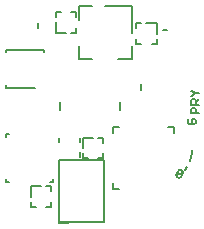
<source format=gto>
G75*
%MOIN*%
%OFA0B0*%
%FSLAX25Y25*%
%IPPOS*%
%LPD*%
%AMOC8*
5,1,8,0,0,1.08239X$1,22.5*
%
%ADD10C,0.00600*%
%ADD11C,0.00500*%
D10*
X0042882Y0068315D02*
X0042882Y0069103D01*
X0042882Y0068315D02*
X0052626Y0068315D01*
X0055481Y0080126D02*
X0055481Y0080914D01*
X0042882Y0080914D01*
X0042882Y0080126D01*
X0100303Y0040704D02*
X0099562Y0039136D01*
X0101871Y0039963D01*
X0101130Y0038394D01*
X0100553Y0038188D01*
X0099768Y0038558D01*
X0099562Y0039136D01*
X0100303Y0040704D02*
X0100880Y0040911D01*
X0101665Y0040540D01*
X0101871Y0039963D01*
X0103864Y0056079D02*
X0105599Y0056079D01*
X0106033Y0056513D01*
X0106033Y0057380D01*
X0105599Y0057814D01*
X0104732Y0057814D01*
X0104732Y0056947D01*
X0103864Y0057814D02*
X0103431Y0057380D01*
X0103431Y0056513D01*
X0103864Y0056079D01*
X0104494Y0059668D02*
X0104494Y0060969D01*
X0104927Y0061403D01*
X0105795Y0061403D01*
X0106228Y0060969D01*
X0106228Y0059668D01*
X0107096Y0059668D02*
X0104494Y0059668D01*
X0104494Y0062615D02*
X0104494Y0063916D01*
X0104927Y0064349D01*
X0105795Y0064349D01*
X0106228Y0063916D01*
X0106228Y0062615D01*
X0106228Y0063482D02*
X0107096Y0064349D01*
X0107096Y0062615D02*
X0104494Y0062615D01*
X0104494Y0065561D02*
X0104927Y0065561D01*
X0105795Y0066428D01*
X0107096Y0066428D01*
X0105795Y0066428D02*
X0104927Y0067296D01*
X0104494Y0067296D01*
D11*
X0042673Y0037911D02*
X0042673Y0036926D01*
X0043657Y0036926D01*
X0051052Y0035500D02*
X0051052Y0031957D01*
X0051052Y0030284D02*
X0051052Y0028611D01*
X0052725Y0028611D01*
X0056268Y0028611D02*
X0057941Y0028611D01*
X0057941Y0030284D01*
X0057941Y0033827D02*
X0057941Y0035500D01*
X0056268Y0035500D01*
X0054595Y0035500D02*
X0051052Y0035500D01*
X0057437Y0036926D02*
X0058421Y0036926D01*
X0058421Y0037911D01*
X0060363Y0044103D02*
X0075323Y0044103D01*
X0075323Y0023630D01*
X0063512Y0023630D01*
X0063512Y0023237D01*
X0060363Y0023237D01*
X0060363Y0023630D01*
X0063512Y0023630D01*
X0060363Y0023630D02*
X0060363Y0044103D01*
X0067449Y0045323D02*
X0067449Y0046898D01*
X0068374Y0046426D02*
X0068374Y0044752D01*
X0070048Y0044752D01*
X0073591Y0044752D02*
X0075264Y0044752D01*
X0075264Y0046426D01*
X0075264Y0049969D02*
X0075264Y0051642D01*
X0073591Y0051642D01*
X0071918Y0051642D02*
X0068374Y0051642D01*
X0068374Y0048099D01*
X0067449Y0050048D02*
X0067449Y0051622D01*
X0060363Y0051622D02*
X0060363Y0050048D01*
X0060796Y0060796D02*
X0060796Y0063552D01*
X0078354Y0055030D02*
X0078354Y0053061D01*
X0078354Y0055030D02*
X0080322Y0055030D01*
X0080874Y0060796D02*
X0080874Y0063552D01*
X0087843Y0067646D02*
X0087843Y0069418D01*
X0084811Y0077725D02*
X0080284Y0077725D01*
X0084811Y0077725D02*
X0084811Y0082252D01*
X0086091Y0082941D02*
X0086091Y0084615D01*
X0084811Y0086386D02*
X0084811Y0095441D01*
X0075756Y0095441D01*
X0071622Y0095441D02*
X0067095Y0095441D01*
X0067095Y0090914D01*
X0066209Y0091701D02*
X0066209Y0093374D01*
X0064536Y0093374D01*
X0060993Y0093374D02*
X0059319Y0093374D01*
X0059319Y0091701D01*
X0059319Y0090028D02*
X0059319Y0086485D01*
X0062863Y0086485D01*
X0064536Y0086485D02*
X0066209Y0086485D01*
X0066209Y0088158D01*
X0067095Y0082252D02*
X0067095Y0077725D01*
X0071622Y0077725D01*
X0086091Y0082941D02*
X0087764Y0082941D01*
X0091307Y0082941D02*
X0092981Y0082941D01*
X0092981Y0084615D01*
X0092981Y0086288D02*
X0092981Y0089831D01*
X0089437Y0089831D01*
X0087764Y0089831D02*
X0086091Y0089831D01*
X0086091Y0088158D01*
X0095136Y0087530D02*
X0096398Y0087530D01*
X0096857Y0055030D02*
X0098826Y0055030D01*
X0098826Y0053061D01*
X0104693Y0047607D02*
X0104693Y0046386D01*
X0104181Y0043827D01*
X0103197Y0041819D02*
X0102449Y0040678D01*
X0080322Y0034557D02*
X0078354Y0034557D01*
X0078354Y0036526D01*
X0043657Y0052674D02*
X0042673Y0052674D01*
X0042673Y0051690D01*
X0053473Y0088158D02*
X0053473Y0089733D01*
M02*

</source>
